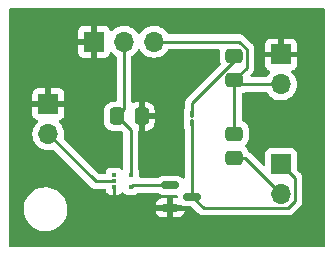
<source format=gbr>
%TF.GenerationSoftware,KiCad,Pcbnew,7.0.1*%
%TF.CreationDate,2023-06-12T23:03:10-04:00*%
%TF.ProjectId,SD Card Activity,53442043-6172-4642-9041-637469766974,rev?*%
%TF.SameCoordinates,Original*%
%TF.FileFunction,Copper,L1,Top*%
%TF.FilePolarity,Positive*%
%FSLAX46Y46*%
G04 Gerber Fmt 4.6, Leading zero omitted, Abs format (unit mm)*
G04 Created by KiCad (PCBNEW 7.0.1) date 2023-06-12 23:03:10*
%MOMM*%
%LPD*%
G01*
G04 APERTURE LIST*
G04 Aperture macros list*
%AMRoundRect*
0 Rectangle with rounded corners*
0 $1 Rounding radius*
0 $2 $3 $4 $5 $6 $7 $8 $9 X,Y pos of 4 corners*
0 Add a 4 corners polygon primitive as box body*
4,1,4,$2,$3,$4,$5,$6,$7,$8,$9,$2,$3,0*
0 Add four circle primitives for the rounded corners*
1,1,$1+$1,$2,$3*
1,1,$1+$1,$4,$5*
1,1,$1+$1,$6,$7*
1,1,$1+$1,$8,$9*
0 Add four rect primitives between the rounded corners*
20,1,$1+$1,$2,$3,$4,$5,0*
20,1,$1+$1,$4,$5,$6,$7,0*
20,1,$1+$1,$6,$7,$8,$9,0*
20,1,$1+$1,$8,$9,$2,$3,0*%
G04 Aperture macros list end*
%TA.AperFunction,ComponentPad*%
%ADD10R,1.700000X1.700000*%
%TD*%
%TA.AperFunction,ComponentPad*%
%ADD11O,1.700000X1.700000*%
%TD*%
%TA.AperFunction,SMDPad,CuDef*%
%ADD12RoundRect,0.250000X0.475000X-0.337500X0.475000X0.337500X-0.475000X0.337500X-0.475000X-0.337500X0*%
%TD*%
%TA.AperFunction,SMDPad,CuDef*%
%ADD13RoundRect,0.250000X-0.337500X-0.475000X0.337500X-0.475000X0.337500X0.475000X-0.337500X0.475000X0*%
%TD*%
%TA.AperFunction,SMDPad,CuDef*%
%ADD14RoundRect,0.100000X0.100000X-0.217500X0.100000X0.217500X-0.100000X0.217500X-0.100000X-0.217500X0*%
%TD*%
%TA.AperFunction,SMDPad,CuDef*%
%ADD15RoundRect,0.150000X-0.587500X-0.150000X0.587500X-0.150000X0.587500X0.150000X-0.587500X0.150000X0*%
%TD*%
%TA.AperFunction,SMDPad,CuDef*%
%ADD16R,0.450000X0.300000*%
%TD*%
%TA.AperFunction,Conductor*%
%ADD17C,0.250000*%
%TD*%
G04 APERTURE END LIST*
D10*
%TO.P,J2,1,Pin_1*%
%TO.N,/ACT_LED_NEG*%
X157620000Y-73150000D03*
D11*
%TO.P,J2,2,Pin_2*%
%TO.N,Net-(J2-Pin_2)*%
X157620000Y-75690000D03*
%TD*%
%TO.P,J4,3,Pin_3*%
%TO.N,VCC*%
X146855000Y-62775000D03*
%TO.P,J4,2,Pin_2*%
%TO.N,/3.3V*%
X144315000Y-62775000D03*
D10*
%TO.P,J4,1,Pin_1*%
%TO.N,GND*%
X141775000Y-62775000D03*
%TD*%
%TO.P,J3,1,Pin_1*%
%TO.N,GND*%
X157600000Y-63860000D03*
D11*
%TO.P,J3,2,Pin_2*%
%TO.N,VCC*%
X157600000Y-66400000D03*
%TD*%
D10*
%TO.P,J1,1,Pin_1*%
%TO.N,GND*%
X137922000Y-68072000D03*
D11*
%TO.P,J1,2,Pin_2*%
%TO.N,/SD_CMD*%
X137922000Y-70612000D03*
%TD*%
D12*
%TO.P,R2,2*%
%TO.N,VCC*%
X153670000Y-70569000D03*
%TO.P,R2,1*%
%TO.N,Net-(J2-Pin_2)*%
X153670000Y-72644000D03*
%TD*%
%TO.P,R1,2*%
%TO.N,Net-(D1-A)*%
X153670000Y-63986500D03*
%TO.P,R1,1*%
%TO.N,VCC*%
X153670000Y-66061500D03*
%TD*%
D13*
%TO.P,C1,1*%
%TO.N,/3.3V*%
X143742500Y-69088000D03*
%TO.P,C1,2*%
%TO.N,GND*%
X145817500Y-69088000D03*
%TD*%
D14*
%TO.P,D1,1,K*%
%TO.N,/ACT_LED_NEG*%
X150114000Y-69698000D03*
%TO.P,D1,2,A*%
%TO.N,Net-(D1-A)*%
X150114000Y-68883000D03*
%TD*%
D15*
%TO.P,Q1,1,G*%
%TO.N,Net-(Q1-G)*%
X148225000Y-74950000D03*
%TO.P,Q1,2,S*%
%TO.N,GND*%
X148225000Y-76850000D03*
%TO.P,Q1,3,D*%
%TO.N,/ACT_LED_NEG*%
X150100000Y-75900000D03*
%TD*%
D16*
%TO.P,U1,1*%
%TO.N,N/C*%
X143500000Y-74100000D03*
%TO.P,U1,2*%
%TO.N,/SD_CMD*%
X143500000Y-74600000D03*
%TO.P,U1,3,GND*%
%TO.N,GND*%
X143500000Y-75100000D03*
%TO.P,U1,4*%
%TO.N,Net-(Q1-G)*%
X144900000Y-75100000D03*
%TO.P,U1,5,VCC*%
%TO.N,/3.3V*%
X144900000Y-74100000D03*
%TD*%
D17*
%TO.N,GND*%
X143580000Y-76190000D02*
X143580000Y-76250000D01*
X143500000Y-76110000D02*
X143580000Y-76190000D01*
X143500000Y-75100000D02*
X143500000Y-76110000D01*
%TO.N,Net-(Q1-G)*%
X148205000Y-74930000D02*
X148225000Y-74950000D01*
X145070000Y-74930000D02*
X148205000Y-74930000D01*
X144900000Y-75100000D02*
X145070000Y-74930000D01*
%TO.N,VCC*%
X154084173Y-62775000D02*
X154720000Y-63410827D01*
X153670000Y-70569000D02*
X153670000Y-66061500D01*
X157600000Y-66400000D02*
X154008500Y-66400000D01*
X146855000Y-62775000D02*
X154084173Y-62775000D01*
X154720000Y-65011500D02*
X153670000Y-66061500D01*
X154720000Y-63410827D02*
X154720000Y-65011500D01*
X154008500Y-66400000D02*
X153670000Y-66061500D01*
%TO.N,/SD_CMD*%
X141910000Y-74600000D02*
X143500000Y-74600000D01*
X137922000Y-70612000D02*
X141910000Y-74600000D01*
%TO.N,/3.3V*%
X143742500Y-69088000D02*
X144315000Y-68515500D01*
X144900000Y-70245500D02*
X143742500Y-69088000D01*
X144315000Y-68515500D02*
X144315000Y-62775000D01*
X144900000Y-74100000D02*
X144900000Y-70245500D01*
%TO.N,/ACT_LED_NEG*%
X150114000Y-69749500D02*
X150114000Y-75886000D01*
X150100000Y-75900000D02*
X151065000Y-76865000D01*
X150114000Y-75886000D02*
X150100000Y-75900000D01*
X151065000Y-76865000D02*
X158212000Y-76865000D01*
X158212000Y-76865000D02*
X158795000Y-76282000D01*
X158795000Y-76282000D02*
X158795000Y-74325000D01*
X158795000Y-74325000D02*
X157620000Y-73150000D01*
%TO.N,Net-(D1-A)*%
X150114000Y-67991827D02*
X153670000Y-64435827D01*
X150114000Y-68934500D02*
X150114000Y-67991827D01*
X153670000Y-64435827D02*
X153670000Y-63986500D01*
%TO.N,Net-(J2-Pin_2)*%
X157620000Y-75690000D02*
X154574000Y-72644000D01*
X154574000Y-72644000D02*
X153670000Y-72644000D01*
%TD*%
%TA.AperFunction,Conductor*%
%TO.N,GND*%
G36*
X152393073Y-63419278D02*
G01*
X152438810Y-63469926D01*
X152450823Y-63537103D01*
X152444500Y-63598992D01*
X152444500Y-64374008D01*
X152455000Y-64476796D01*
X152480312Y-64553183D01*
X152502982Y-64621594D01*
X152505934Y-64689192D01*
X152472957Y-64748277D01*
X149730208Y-67491026D01*
X149714110Y-67503923D01*
X149666096Y-67555052D01*
X149663391Y-67557844D01*
X149643874Y-67577361D01*
X149641415Y-67580532D01*
X149633842Y-67589399D01*
X149603935Y-67621247D01*
X149594285Y-67638801D01*
X149583609Y-67655055D01*
X149571326Y-67670890D01*
X149553975Y-67710985D01*
X149548838Y-67721471D01*
X149527802Y-67759734D01*
X149522821Y-67779136D01*
X149516520Y-67797538D01*
X149508561Y-67815929D01*
X149501728Y-67859069D01*
X149499360Y-67870501D01*
X149488500Y-67912805D01*
X149488500Y-67932843D01*
X149486973Y-67952242D01*
X149483840Y-67972021D01*
X149487950Y-68015502D01*
X149488500Y-68027171D01*
X149488500Y-68340321D01*
X149479061Y-68387773D01*
X149428956Y-68508737D01*
X149413500Y-68626137D01*
X149413500Y-69139862D01*
X149431086Y-69273447D01*
X149429169Y-69273699D01*
X149432507Y-69290490D01*
X149429168Y-69307302D01*
X149431087Y-69307555D01*
X149428956Y-69323736D01*
X149428956Y-69323738D01*
X149418758Y-69401199D01*
X149413500Y-69441138D01*
X149413500Y-69954862D01*
X149428955Y-70072260D01*
X149479061Y-70193226D01*
X149488500Y-70240679D01*
X149488500Y-74256692D01*
X149474985Y-74312987D01*
X149437385Y-74357010D01*
X149383898Y-74379165D01*
X149326182Y-74374623D01*
X149276819Y-74344373D01*
X149214365Y-74281919D01*
X149072897Y-74198255D01*
X148915072Y-74152402D01*
X148892944Y-74150660D01*
X148878194Y-74149500D01*
X147571806Y-74149500D01*
X147559514Y-74150467D01*
X147534927Y-74152402D01*
X147377102Y-74198255D01*
X147302289Y-74242500D01*
X147235635Y-74281919D01*
X147235634Y-74281919D01*
X147226652Y-74287232D01*
X147163531Y-74304500D01*
X145749500Y-74304500D01*
X145687500Y-74287887D01*
X145642113Y-74242500D01*
X145625500Y-74180500D01*
X145625499Y-73902130D01*
X145621569Y-73865573D01*
X145619091Y-73842517D01*
X145568796Y-73707669D01*
X145550231Y-73682869D01*
X145531845Y-73647720D01*
X145525500Y-73608561D01*
X145525500Y-70406362D01*
X145534939Y-70358909D01*
X145561820Y-70318680D01*
X145567500Y-70313000D01*
X145567500Y-69338000D01*
X146067500Y-69338000D01*
X146067500Y-70312999D01*
X146204979Y-70312999D01*
X146307695Y-70302506D01*
X146474122Y-70247357D01*
X146623345Y-70155316D01*
X146747316Y-70031345D01*
X146839357Y-69882122D01*
X146894506Y-69715696D01*
X146905000Y-69612979D01*
X146905000Y-69338000D01*
X146067500Y-69338000D01*
X145567500Y-69338000D01*
X145567500Y-67863001D01*
X145430021Y-67863001D01*
X145327304Y-67873493D01*
X145160877Y-67928642D01*
X145129596Y-67947937D01*
X145067204Y-67966369D01*
X145004068Y-67950675D01*
X144957566Y-67905177D01*
X144946100Y-67863000D01*
X146067500Y-67863000D01*
X146067500Y-68838000D01*
X146904999Y-68838000D01*
X146904999Y-68563021D01*
X146894506Y-68460304D01*
X146839357Y-68293877D01*
X146747316Y-68144654D01*
X146623345Y-68020683D01*
X146474122Y-67928642D01*
X146307696Y-67873493D01*
X146204979Y-67863000D01*
X146067500Y-67863000D01*
X144946100Y-67863000D01*
X144940500Y-67842398D01*
X144940500Y-64050227D01*
X144954511Y-63992970D01*
X144993374Y-63948653D01*
X145186401Y-63813495D01*
X145353495Y-63646401D01*
X145483426Y-63460839D01*
X145527743Y-63421975D01*
X145585000Y-63407964D01*
X145642257Y-63421975D01*
X145686573Y-63460839D01*
X145816505Y-63646401D01*
X145983599Y-63813495D01*
X146177170Y-63949035D01*
X146391337Y-64048903D01*
X146619592Y-64110063D01*
X146855000Y-64130659D01*
X147090408Y-64110063D01*
X147318663Y-64048903D01*
X147532830Y-63949035D01*
X147726401Y-63813495D01*
X147893495Y-63646401D01*
X148028653Y-63453374D01*
X148072970Y-63414511D01*
X148130227Y-63400500D01*
X152327465Y-63400500D01*
X152393073Y-63419278D01*
G37*
%TD.AperFunction*%
%TA.AperFunction,Conductor*%
G36*
X161237500Y-59917113D02*
G01*
X161282887Y-59962500D01*
X161299500Y-60024500D01*
X161299500Y-80075500D01*
X161282887Y-80137500D01*
X161237500Y-80182887D01*
X161175500Y-80199500D01*
X134746500Y-80199500D01*
X134684500Y-80182887D01*
X134639113Y-80137500D01*
X134622500Y-80075500D01*
X134622500Y-77029764D01*
X135813787Y-77029764D01*
X135843413Y-77299016D01*
X135911928Y-77561087D01*
X136017871Y-77810392D01*
X136158982Y-78041611D01*
X136248253Y-78148881D01*
X136332255Y-78249820D01*
X136533998Y-78430582D01*
X136759910Y-78580044D01*
X136866211Y-78629875D01*
X137005177Y-78695021D01*
X137264562Y-78773058D01*
X137264569Y-78773060D01*
X137532561Y-78812500D01*
X137735631Y-78812500D01*
X137735634Y-78812500D01*
X137938156Y-78797677D01*
X137938155Y-78797677D01*
X138202553Y-78738780D01*
X138455558Y-78642014D01*
X138691777Y-78509441D01*
X138906177Y-78343888D01*
X139094186Y-78148881D01*
X139251799Y-77928579D01*
X139375656Y-77687675D01*
X139463118Y-77431305D01*
X139512319Y-77164933D01*
X139514692Y-77100000D01*
X146990204Y-77100000D01*
X146990400Y-77102488D01*
X147036219Y-77260200D01*
X147119817Y-77401557D01*
X147235942Y-77517682D01*
X147377302Y-77601282D01*
X147535006Y-77647099D01*
X147571861Y-77650000D01*
X147975000Y-77650000D01*
X147975000Y-77100000D01*
X148475000Y-77100000D01*
X148475000Y-77650000D01*
X148878139Y-77650000D01*
X148914993Y-77647099D01*
X149072697Y-77601282D01*
X149214057Y-77517682D01*
X149330182Y-77401557D01*
X149413780Y-77260200D01*
X149459599Y-77102488D01*
X149459795Y-77100000D01*
X148475000Y-77100000D01*
X147975000Y-77100000D01*
X146990204Y-77100000D01*
X139514692Y-77100000D01*
X139522212Y-76894235D01*
X139492586Y-76624982D01*
X139486055Y-76599999D01*
X146990204Y-76599999D01*
X146990205Y-76600000D01*
X147975000Y-76600000D01*
X147975000Y-76050000D01*
X147571861Y-76050000D01*
X147535006Y-76052900D01*
X147377302Y-76098717D01*
X147235942Y-76182317D01*
X147119817Y-76298442D01*
X147036219Y-76439799D01*
X146990400Y-76597511D01*
X146990204Y-76599999D01*
X139486055Y-76599999D01*
X139424072Y-76362912D01*
X139318130Y-76113610D01*
X139177018Y-75882390D01*
X139177017Y-75882388D01*
X139003746Y-75674181D01*
X138941134Y-75618081D01*
X138802002Y-75493418D01*
X138576090Y-75343956D01*
X138576086Y-75343954D01*
X138330822Y-75228978D01*
X138071437Y-75150941D01*
X138071431Y-75150940D01*
X137803439Y-75111500D01*
X137600369Y-75111500D01*
X137600366Y-75111500D01*
X137397843Y-75126322D01*
X137133449Y-75185219D01*
X136880441Y-75281986D01*
X136644223Y-75414559D01*
X136429825Y-75580109D01*
X136241813Y-75775120D01*
X136084201Y-75995420D01*
X135960342Y-76236329D01*
X135872881Y-76492695D01*
X135823680Y-76759066D01*
X135813787Y-77029764D01*
X134622500Y-77029764D01*
X134622500Y-70611999D01*
X136566340Y-70611999D01*
X136586936Y-70847407D01*
X136586937Y-70847409D01*
X136648097Y-71075663D01*
X136747965Y-71289830D01*
X136883505Y-71483401D01*
X137050599Y-71650495D01*
X137244170Y-71786035D01*
X137458337Y-71885903D01*
X137686592Y-71947063D01*
X137922000Y-71967659D01*
X138157408Y-71947063D01*
X138257874Y-71920143D01*
X138322059Y-71920143D01*
X138377647Y-71952237D01*
X141409197Y-74983787D01*
X141422098Y-74999889D01*
X141424212Y-75001874D01*
X141424214Y-75001877D01*
X141471441Y-75046227D01*
X141473240Y-75047916D01*
X141476036Y-75050626D01*
X141495530Y-75070120D01*
X141498704Y-75072582D01*
X141507568Y-75080153D01*
X141539418Y-75110062D01*
X141549914Y-75115832D01*
X141556974Y-75119714D01*
X141573231Y-75130392D01*
X141589064Y-75142674D01*
X141601962Y-75148255D01*
X141629156Y-75160023D01*
X141639643Y-75165160D01*
X141677908Y-75186197D01*
X141697316Y-75191180D01*
X141715710Y-75197478D01*
X141734105Y-75205438D01*
X141777254Y-75212271D01*
X141788680Y-75214638D01*
X141804222Y-75218629D01*
X141830980Y-75225500D01*
X141830981Y-75225500D01*
X141851016Y-75225500D01*
X141870413Y-75227026D01*
X141890196Y-75230160D01*
X141933674Y-75226050D01*
X141945344Y-75225500D01*
X142655841Y-75225500D01*
X142713969Y-75239969D01*
X142758532Y-75279998D01*
X142779131Y-75336247D01*
X142781402Y-75357375D01*
X142831647Y-75492089D01*
X142917811Y-75607188D01*
X143032910Y-75693352D01*
X143167624Y-75743597D01*
X143227176Y-75750000D01*
X143350000Y-75750000D01*
X143350000Y-75374500D01*
X143366612Y-75312501D01*
X143411999Y-75267114D01*
X143473998Y-75250500D01*
X143499997Y-75250499D01*
X143525999Y-75250499D01*
X143587999Y-75267111D01*
X143633387Y-75312498D01*
X143650000Y-75374499D01*
X143650000Y-75750000D01*
X143772824Y-75750000D01*
X143832375Y-75743597D01*
X143967089Y-75693352D01*
X144082189Y-75607188D01*
X144100419Y-75582836D01*
X144144181Y-75546262D01*
X144199685Y-75533145D01*
X144255190Y-75546260D01*
X144298953Y-75582833D01*
X144317452Y-75607545D01*
X144370728Y-75647427D01*
X144432669Y-75693796D01*
X144567517Y-75744091D01*
X144627127Y-75750500D01*
X145172872Y-75750499D01*
X145232483Y-75744091D01*
X145367331Y-75693796D01*
X145482546Y-75607546D01*
X145484308Y-75605191D01*
X145528072Y-75568616D01*
X145583577Y-75555500D01*
X147121692Y-75555500D01*
X147169145Y-75564939D01*
X147209373Y-75591819D01*
X147235635Y-75618081D01*
X147347616Y-75684306D01*
X147377102Y-75701744D01*
X147534927Y-75747597D01*
X147534931Y-75747598D01*
X147571806Y-75750500D01*
X148738000Y-75750500D01*
X148800000Y-75767113D01*
X148845387Y-75812500D01*
X148862000Y-75874500D01*
X148862000Y-75926000D01*
X148845387Y-75988000D01*
X148800000Y-76033387D01*
X148738000Y-76050000D01*
X148475000Y-76050000D01*
X148475000Y-76600000D01*
X149130685Y-76600000D01*
X149193806Y-76617268D01*
X149252102Y-76651744D01*
X149409927Y-76697597D01*
X149409931Y-76697598D01*
X149446806Y-76700500D01*
X149964548Y-76700500D01*
X150012001Y-76709939D01*
X150052229Y-76736819D01*
X150564196Y-77248787D01*
X150577096Y-77264888D01*
X150628223Y-77312900D01*
X150631019Y-77315610D01*
X150650529Y-77335120D01*
X150653711Y-77337588D01*
X150662571Y-77345155D01*
X150694418Y-77375062D01*
X150711970Y-77384711D01*
X150728238Y-77395397D01*
X150744064Y-77407673D01*
X150784146Y-77425017D01*
X150794633Y-77430155D01*
X150832907Y-77451197D01*
X150841410Y-77453379D01*
X150852308Y-77456178D01*
X150870713Y-77462478D01*
X150889104Y-77470437D01*
X150932250Y-77477270D01*
X150943668Y-77479635D01*
X150985981Y-77490500D01*
X151006016Y-77490500D01*
X151025415Y-77492027D01*
X151045196Y-77495160D01*
X151088674Y-77491050D01*
X151100344Y-77490500D01*
X158129256Y-77490500D01*
X158149762Y-77492764D01*
X158152665Y-77492672D01*
X158152667Y-77492673D01*
X158219872Y-77490561D01*
X158223768Y-77490500D01*
X158251349Y-77490500D01*
X158251350Y-77490500D01*
X158255319Y-77489998D01*
X158266965Y-77489080D01*
X158310627Y-77487709D01*
X158329859Y-77482120D01*
X158348918Y-77478174D01*
X158356099Y-77477267D01*
X158368792Y-77475664D01*
X158409407Y-77459582D01*
X158420444Y-77455803D01*
X158462390Y-77443618D01*
X158479629Y-77433422D01*
X158497102Y-77424862D01*
X158515732Y-77417486D01*
X158551064Y-77391814D01*
X158560830Y-77385400D01*
X158598418Y-77363171D01*
X158598417Y-77363171D01*
X158598420Y-77363170D01*
X158612585Y-77349004D01*
X158627373Y-77336373D01*
X158643587Y-77324594D01*
X158671438Y-77290926D01*
X158679279Y-77282309D01*
X159178786Y-76782802D01*
X159194887Y-76769904D01*
X159196874Y-76767787D01*
X159196877Y-76767786D01*
X159242932Y-76718741D01*
X159245613Y-76715976D01*
X159251650Y-76709939D01*
X159265120Y-76696470D01*
X159267581Y-76693295D01*
X159275152Y-76684431D01*
X159305062Y-76652582D01*
X159314713Y-76635026D01*
X159325393Y-76618767D01*
X159337674Y-76602936D01*
X159355018Y-76562851D01*
X159360160Y-76552356D01*
X159381197Y-76514092D01*
X159386178Y-76494688D01*
X159392480Y-76476283D01*
X159400438Y-76457895D01*
X159407270Y-76414748D01*
X159409639Y-76403316D01*
X159420500Y-76361020D01*
X159420500Y-76340984D01*
X159422027Y-76321585D01*
X159425160Y-76301804D01*
X159421050Y-76258325D01*
X159420500Y-76246656D01*
X159420500Y-74407744D01*
X159422764Y-74387237D01*
X159422510Y-74379165D01*
X159420561Y-74317127D01*
X159420500Y-74313232D01*
X159420500Y-74285653D01*
X159420028Y-74281919D01*
X159419996Y-74281665D01*
X159419080Y-74270019D01*
X159417709Y-74226373D01*
X159412120Y-74207140D01*
X159408174Y-74188082D01*
X159405664Y-74168206D01*
X159389588Y-74127604D01*
X159385804Y-74116553D01*
X159379881Y-74096168D01*
X159373618Y-74074610D01*
X159363414Y-74057355D01*
X159354861Y-74039895D01*
X159347486Y-74021269D01*
X159347486Y-74021268D01*
X159321808Y-73985925D01*
X159315401Y-73976171D01*
X159308831Y-73965061D01*
X159293170Y-73938580D01*
X159279006Y-73924415D01*
X159266367Y-73909617D01*
X159254595Y-73893413D01*
X159220941Y-73865573D01*
X159212299Y-73857709D01*
X159006818Y-73652228D01*
X158979938Y-73612000D01*
X158970499Y-73564547D01*
X158970499Y-72252130D01*
X158969423Y-72242123D01*
X158964091Y-72192517D01*
X158913796Y-72057669D01*
X158827546Y-71942454D01*
X158712331Y-71856204D01*
X158577483Y-71805909D01*
X158517873Y-71799500D01*
X158517869Y-71799500D01*
X156722130Y-71799500D01*
X156662515Y-71805909D01*
X156527669Y-71856204D01*
X156412454Y-71942454D01*
X156326204Y-72057668D01*
X156275909Y-72192516D01*
X156269500Y-72252131D01*
X156269500Y-73155547D01*
X156255985Y-73211842D01*
X156218385Y-73255865D01*
X156164898Y-73278020D01*
X156107182Y-73273478D01*
X156057819Y-73243228D01*
X155074802Y-72260211D01*
X155061906Y-72244113D01*
X155010775Y-72196098D01*
X155007978Y-72193387D01*
X154988470Y-72173879D01*
X154985290Y-72171412D01*
X154976424Y-72163839D01*
X154944582Y-72133938D01*
X154927024Y-72124285D01*
X154910762Y-72113603D01*
X154888029Y-72095969D01*
X154862788Y-72069586D01*
X154846325Y-72036994D01*
X154829814Y-71987166D01*
X154755152Y-71866118D01*
X154737711Y-71837842D01*
X154613657Y-71713788D01*
X154610821Y-71712039D01*
X154567640Y-71666932D01*
X154551917Y-71606500D01*
X154567640Y-71546068D01*
X154610821Y-71500961D01*
X154613654Y-71499213D01*
X154613656Y-71499212D01*
X154737712Y-71375156D01*
X154829814Y-71225834D01*
X154884999Y-71059297D01*
X154895500Y-70956509D01*
X154895499Y-70181492D01*
X154892865Y-70155711D01*
X154884999Y-70078703D01*
X154857299Y-69995110D01*
X154829814Y-69912166D01*
X154737712Y-69762844D01*
X154737711Y-69762842D01*
X154613657Y-69638788D01*
X154464334Y-69546686D01*
X154464333Y-69546685D01*
X154380495Y-69518904D01*
X154336171Y-69493026D01*
X154306123Y-69451414D01*
X154295500Y-69401199D01*
X154295500Y-67229301D01*
X154306123Y-67179086D01*
X154336171Y-67137474D01*
X154380495Y-67111595D01*
X154464334Y-67083814D01*
X154528946Y-67043961D01*
X154594043Y-67025500D01*
X156324773Y-67025500D01*
X156382030Y-67039511D01*
X156426346Y-67078374D01*
X156561505Y-67271401D01*
X156728599Y-67438495D01*
X156922170Y-67574035D01*
X157136337Y-67673903D01*
X157364591Y-67735062D01*
X157364592Y-67735063D01*
X157599999Y-67755659D01*
X157599999Y-67755658D01*
X157600000Y-67755659D01*
X157835408Y-67735063D01*
X158063663Y-67673903D01*
X158277830Y-67574035D01*
X158471401Y-67438495D01*
X158638495Y-67271401D01*
X158774035Y-67077830D01*
X158873903Y-66863663D01*
X158935063Y-66635408D01*
X158955659Y-66400000D01*
X158935063Y-66164592D01*
X158873903Y-65936337D01*
X158774035Y-65722171D01*
X158638495Y-65528599D01*
X158516181Y-65406284D01*
X158484885Y-65353539D01*
X158482696Y-65292246D01*
X158510149Y-65237401D01*
X158560528Y-65202422D01*
X158692089Y-65153352D01*
X158807188Y-65067188D01*
X158893352Y-64952089D01*
X158943597Y-64817375D01*
X158950000Y-64757824D01*
X158950000Y-64110000D01*
X156250000Y-64110000D01*
X156250000Y-64757824D01*
X156256402Y-64817375D01*
X156306647Y-64952089D01*
X156392811Y-65067188D01*
X156507911Y-65153352D01*
X156639471Y-65202422D01*
X156689850Y-65237401D01*
X156717303Y-65292246D01*
X156715114Y-65353539D01*
X156683819Y-65406285D01*
X156561503Y-65528601D01*
X156537543Y-65562820D01*
X156427072Y-65720591D01*
X156426349Y-65721623D01*
X156382031Y-65760489D01*
X156324774Y-65774500D01*
X155140952Y-65774500D01*
X155084657Y-65760985D01*
X155040634Y-65723386D01*
X155018479Y-65669899D01*
X155023021Y-65612183D01*
X155053270Y-65562820D01*
X155053270Y-65562819D01*
X155103788Y-65512301D01*
X155119885Y-65499406D01*
X155121873Y-65497287D01*
X155121877Y-65497286D01*
X155167948Y-65448223D01*
X155170566Y-65445523D01*
X155190120Y-65425971D01*
X155192581Y-65422798D01*
X155200156Y-65413927D01*
X155230062Y-65382082D01*
X155239717Y-65364518D01*
X155250394Y-65348264D01*
X155262673Y-65332436D01*
X155280018Y-65292352D01*
X155285160Y-65281856D01*
X155306197Y-65243592D01*
X155311179Y-65224184D01*
X155317481Y-65205780D01*
X155325437Y-65187396D01*
X155332269Y-65144252D01*
X155334633Y-65132838D01*
X155345500Y-65090519D01*
X155345500Y-65070484D01*
X155347027Y-65051085D01*
X155348095Y-65044341D01*
X155350160Y-65031304D01*
X155346050Y-64987825D01*
X155345500Y-64976156D01*
X155345500Y-63610000D01*
X156250000Y-63610000D01*
X157350000Y-63610000D01*
X157350000Y-62510000D01*
X157850000Y-62510000D01*
X157850000Y-63610000D01*
X158950000Y-63610000D01*
X158950000Y-62962176D01*
X158943597Y-62902624D01*
X158893352Y-62767910D01*
X158807188Y-62652811D01*
X158692089Y-62566647D01*
X158557375Y-62516402D01*
X158497824Y-62510000D01*
X157850000Y-62510000D01*
X157350000Y-62510000D01*
X156702176Y-62510000D01*
X156642624Y-62516402D01*
X156507910Y-62566647D01*
X156392811Y-62652811D01*
X156306647Y-62767910D01*
X156256402Y-62902624D01*
X156250000Y-62962176D01*
X156250000Y-63610000D01*
X155345500Y-63610000D01*
X155345500Y-63493568D01*
X155347763Y-63473064D01*
X155347664Y-63469926D01*
X155345561Y-63402972D01*
X155345500Y-63399078D01*
X155345500Y-63371484D01*
X155345500Y-63371477D01*
X155344995Y-63367480D01*
X155344080Y-63355850D01*
X155342709Y-63312200D01*
X155337120Y-63292967D01*
X155333174Y-63273909D01*
X155330664Y-63254035D01*
X155314588Y-63213433D01*
X155310804Y-63202379D01*
X155298619Y-63160440D01*
X155298618Y-63160439D01*
X155298618Y-63160437D01*
X155288417Y-63143188D01*
X155279860Y-63125722D01*
X155272486Y-63107095D01*
X155246813Y-63071759D01*
X155240402Y-63061999D01*
X155218169Y-63024405D01*
X155204006Y-63010242D01*
X155191369Y-62995447D01*
X155179595Y-62979241D01*
X155179594Y-62979240D01*
X155145935Y-62951395D01*
X155137305Y-62943541D01*
X154584975Y-62391211D01*
X154572079Y-62375113D01*
X154520948Y-62327098D01*
X154518151Y-62324387D01*
X154498643Y-62304879D01*
X154495463Y-62302412D01*
X154486597Y-62294839D01*
X154454755Y-62264938D01*
X154437197Y-62255285D01*
X154420937Y-62244604D01*
X154405109Y-62232327D01*
X154365024Y-62214980D01*
X154354534Y-62209841D01*
X154316264Y-62188802D01*
X154296864Y-62183821D01*
X154278457Y-62177519D01*
X154260070Y-62169562D01*
X154216931Y-62162729D01*
X154205497Y-62160361D01*
X154163192Y-62149500D01*
X154143157Y-62149500D01*
X154123759Y-62147973D01*
X154116335Y-62146797D01*
X154103978Y-62144840D01*
X154103977Y-62144840D01*
X154070924Y-62147964D01*
X154060498Y-62148950D01*
X154048829Y-62149500D01*
X148130226Y-62149500D01*
X148072969Y-62135489D01*
X148028651Y-62096623D01*
X147893494Y-61903598D01*
X147726404Y-61736508D01*
X147726404Y-61736507D01*
X147726401Y-61736505D01*
X147532830Y-61600965D01*
X147318663Y-61501097D01*
X147246074Y-61481647D01*
X147090407Y-61439936D01*
X146855000Y-61419340D01*
X146619592Y-61439936D01*
X146391336Y-61501097D01*
X146177170Y-61600965D01*
X145983598Y-61736505D01*
X145816505Y-61903598D01*
X145686575Y-62089159D01*
X145642257Y-62128025D01*
X145585000Y-62142036D01*
X145527743Y-62128025D01*
X145483425Y-62089159D01*
X145353494Y-61903598D01*
X145186404Y-61736508D01*
X145186404Y-61736507D01*
X145186401Y-61736505D01*
X144992830Y-61600965D01*
X144778663Y-61501097D01*
X144706074Y-61481647D01*
X144550407Y-61439936D01*
X144315000Y-61419340D01*
X144079592Y-61439936D01*
X143851336Y-61501097D01*
X143637170Y-61600965D01*
X143443601Y-61736503D01*
X143321285Y-61858819D01*
X143268539Y-61890114D01*
X143207246Y-61892303D01*
X143152401Y-61864850D01*
X143117422Y-61814471D01*
X143068352Y-61682911D01*
X142982188Y-61567811D01*
X142867089Y-61481647D01*
X142732375Y-61431402D01*
X142672824Y-61425000D01*
X142025000Y-61425000D01*
X142025000Y-64125000D01*
X142672824Y-64125000D01*
X142732375Y-64118597D01*
X142867089Y-64068352D01*
X142982188Y-63982188D01*
X143068352Y-63867089D01*
X143117422Y-63735528D01*
X143152401Y-63685149D01*
X143207246Y-63657696D01*
X143268539Y-63659885D01*
X143321285Y-63691181D01*
X143443599Y-63813495D01*
X143636625Y-63948653D01*
X143675489Y-63992970D01*
X143689500Y-64050227D01*
X143689500Y-67738501D01*
X143672887Y-67800501D01*
X143627500Y-67845888D01*
X143565500Y-67862501D01*
X143354991Y-67862501D01*
X143252203Y-67873000D01*
X143085665Y-67928186D01*
X142936342Y-68020288D01*
X142812288Y-68144342D01*
X142720186Y-68293665D01*
X142665000Y-68460202D01*
X142654500Y-68562990D01*
X142654500Y-69613008D01*
X142665000Y-69715796D01*
X142720186Y-69882334D01*
X142812288Y-70031657D01*
X142936342Y-70155711D01*
X142936344Y-70155712D01*
X143085666Y-70247814D01*
X143197017Y-70284712D01*
X143252202Y-70302999D01*
X143262703Y-70304071D01*
X143354991Y-70313500D01*
X144032046Y-70313499D01*
X144079499Y-70322938D01*
X144119727Y-70349818D01*
X144238181Y-70468272D01*
X144265061Y-70508500D01*
X144274500Y-70555953D01*
X144274500Y-73488428D01*
X144255995Y-73553595D01*
X144206004Y-73599312D01*
X144139448Y-73611934D01*
X144076189Y-73587695D01*
X143967331Y-73506204D01*
X143832483Y-73455909D01*
X143772873Y-73449500D01*
X143772869Y-73449500D01*
X143227130Y-73449500D01*
X143167515Y-73455909D01*
X143032669Y-73506204D01*
X142917454Y-73592454D01*
X142831204Y-73707668D01*
X142780909Y-73842516D01*
X142778626Y-73863754D01*
X142758027Y-73920003D01*
X142713464Y-73960032D01*
X142655336Y-73974500D01*
X142220452Y-73974500D01*
X142172999Y-73965061D01*
X142132771Y-73938181D01*
X139262237Y-71067646D01*
X139230143Y-71012058D01*
X139230143Y-70947872D01*
X139257063Y-70847408D01*
X139277659Y-70612000D01*
X139257063Y-70376592D01*
X139195903Y-70148337D01*
X139096035Y-69934171D01*
X138960495Y-69740599D01*
X138838181Y-69618285D01*
X138806885Y-69565539D01*
X138804696Y-69504246D01*
X138832149Y-69449401D01*
X138882528Y-69414422D01*
X139014089Y-69365352D01*
X139129188Y-69279188D01*
X139215352Y-69164089D01*
X139265597Y-69029375D01*
X139272000Y-68969824D01*
X139272000Y-68322000D01*
X136572000Y-68322000D01*
X136572000Y-68969824D01*
X136578402Y-69029375D01*
X136628647Y-69164089D01*
X136714811Y-69279188D01*
X136829911Y-69365352D01*
X136961471Y-69414422D01*
X137011850Y-69449401D01*
X137039303Y-69504246D01*
X137037114Y-69565539D01*
X137005819Y-69618285D01*
X136883503Y-69740601D01*
X136747965Y-69934170D01*
X136648097Y-70148336D01*
X136586936Y-70376592D01*
X136566340Y-70611999D01*
X134622500Y-70611999D01*
X134622500Y-67822000D01*
X136572000Y-67822000D01*
X137672000Y-67822000D01*
X137672000Y-66722000D01*
X138172000Y-66722000D01*
X138172000Y-67822000D01*
X139272000Y-67822000D01*
X139272000Y-67174176D01*
X139265597Y-67114624D01*
X139215352Y-66979910D01*
X139129188Y-66864811D01*
X139014089Y-66778647D01*
X138879375Y-66728402D01*
X138819824Y-66722000D01*
X138172000Y-66722000D01*
X137672000Y-66722000D01*
X137024176Y-66722000D01*
X136964624Y-66728402D01*
X136829910Y-66778647D01*
X136714811Y-66864811D01*
X136628647Y-66979910D01*
X136578402Y-67114624D01*
X136572000Y-67174176D01*
X136572000Y-67822000D01*
X134622500Y-67822000D01*
X134622500Y-63025000D01*
X140425000Y-63025000D01*
X140425000Y-63672824D01*
X140431402Y-63732375D01*
X140481647Y-63867089D01*
X140567811Y-63982188D01*
X140682910Y-64068352D01*
X140817624Y-64118597D01*
X140877176Y-64125000D01*
X141525000Y-64125000D01*
X141525000Y-63025000D01*
X140425000Y-63025000D01*
X134622500Y-63025000D01*
X134622500Y-62525000D01*
X140425000Y-62525000D01*
X141525000Y-62525000D01*
X141525000Y-61425000D01*
X140877176Y-61425000D01*
X140817624Y-61431402D01*
X140682910Y-61481647D01*
X140567811Y-61567811D01*
X140481647Y-61682910D01*
X140431402Y-61817624D01*
X140425000Y-61877176D01*
X140425000Y-62525000D01*
X134622500Y-62525000D01*
X134622500Y-60024500D01*
X134639113Y-59962500D01*
X134684500Y-59917113D01*
X134746500Y-59900500D01*
X161175500Y-59900500D01*
X161237500Y-59917113D01*
G37*
%TD.AperFunction*%
%TD*%
M02*

</source>
